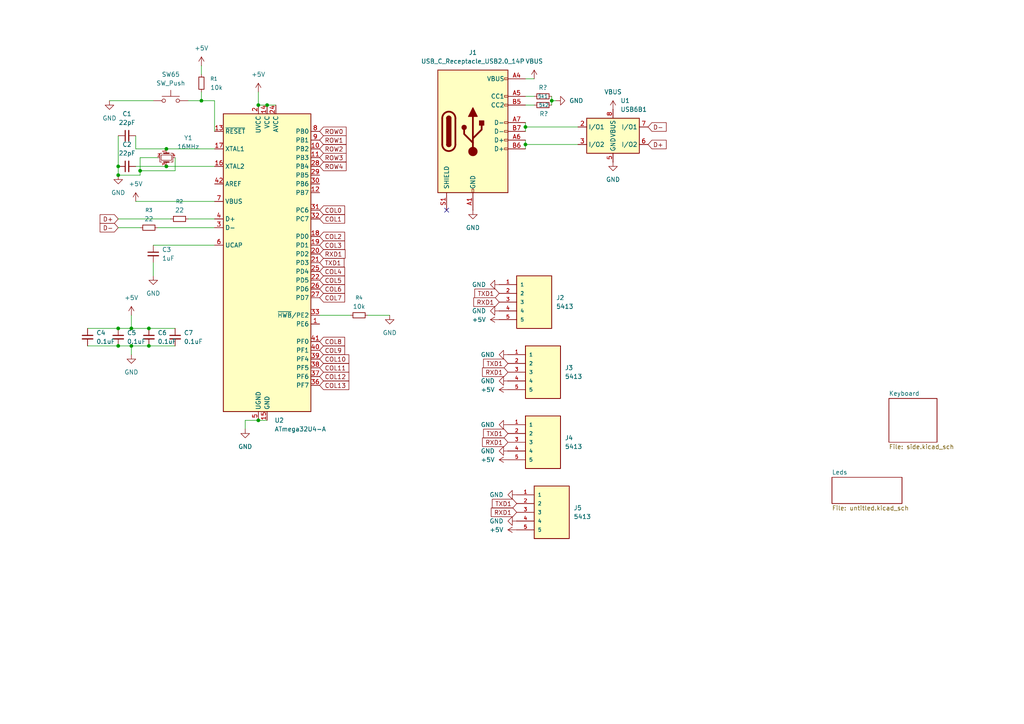
<source format=kicad_sch>
(kicad_sch (version 20250114) (generator "eeschema") (generator_version "9.0")
  (paper "A4")
  (lib_symbols
    (symbol "Connector-key:5413" (pin_names (offset 1.016))
      (property "Reference" "J" (at -5.08 8.382 0))
      (property "Value" "5413" (at -5.08 -10.16 0))
      (symbol "5413_0_0"
        (rectangle (start -5.08 -7.62) (end 5.08 7.62) (stroke (width 0.254)) (fill (type background)))
        (pin passive line (at -10.16 5.08 0) (length 5.08) (name "1") (number "1"))
        (pin passive line (at -10.16 2.54 0) (length 5.08) (name "2") (number "2"))
        (pin passive line (at -10.16 0 0) (length 5.08) (name "3") (number "3"))
        (pin passive line (at -10.16 -2.54 0) (length 5.08) (name "4") (number "4"))
        (pin passive line (at -10.16 -5.08 0) (length 5.08) (name "5") (number "5"))
      )
    )
    (symbol "Connector:USB_C_Receptacle_USB2.0_14P" (pin_names (offset 1.016))
      (property "Reference" "J" (at 0 22.225 0))
      (property "Value" "USB_C_Receptacle_USB2.0_14P" (at 0 19.685 0))
      (symbol "USB_C_Receptacle_USB2.0_14P_0_0"
        (rectangle (start -0.254 -17.78) (end 0.254 -16.764))
        (rectangle (start 10.16 15.494) (end 9.144 14.986))
        (rectangle (start 10.16 10.414) (end 9.144 9.906))
        (rectangle (start 10.16 7.874) (end 9.144 7.366))
        (rectangle (start 10.16 2.794) (end 9.144 2.286))
        (rectangle (start 10.16 0.254) (end 9.144 -0.254))
        (rectangle (start 10.16 -2.286) (end 9.144 -2.794))
        (rectangle (start 10.16 -4.826) (end 9.144 -5.334))
      )
      (symbol "USB_C_Receptacle_USB2.0_14P_0_1"
        (rectangle (start -10.16 17.78) (end 10.16 -17.78) (stroke (width 0.254)) (fill (type background)))
        (polyline (pts (xy -8.89 -3.81) (xy -8.89 3.81)) (stroke (width 0.508)))
        (rectangle (start -7.62 -3.81) (end -6.35 3.81) (stroke (width 0.254)) (fill (type outline)))
        (arc (start -7.62 3.81) (mid -6.985 4.4423) (end -6.35 3.81) (stroke (width 0.254)))
        (arc (start -7.62 3.81) (mid -6.985 4.4423) (end -6.35 3.81) (stroke (width 0.254)) (fill (type outline)))
        (arc (start -8.89 3.81) (mid -6.985 5.7067) (end -5.08 3.81) (stroke (width 0.508)))
        (arc (start -5.08 -3.81) (mid -6.985 -5.7067) (end -8.89 -3.81) (stroke (width 0.508)))
        (arc (start -6.35 -3.81) (mid -6.985 -4.4423) (end -7.62 -3.81) (stroke (width 0.254)))
        (arc (start -6.35 -3.81) (mid -6.985 -4.4423) (end -7.62 -3.81) (stroke (width 0.254)) (fill (type outline)))
        (polyline (pts (xy -5.08 3.81) (xy -5.08 -3.81)) (stroke (width 0.508)))
        (circle (center -2.54 1.143) (radius 0.635) (stroke (width 0.254)) (fill (type outline)))
        (polyline (pts (xy -1.27 4.318) (xy 0 6.858) (xy 1.27 4.318) (xy -1.27 4.318)) (stroke (width 0.254)) (fill (type outline)))
        (polyline (pts (xy 0 -2.032) (xy 2.54 0.508) (xy 2.54 1.778)) (stroke (width 0.508)))
        (polyline (pts (xy 0 -3.302) (xy -2.54 -0.762) (xy -2.54 0.508)) (stroke (width 0.508)))
        (polyline (pts (xy 0 -5.842) (xy 0 4.318)) (stroke (width 0.508)))
        (circle (center 0 -5.842) (radius 1.27) (fill (type outline)))
        (rectangle (start 1.905 1.778) (end 3.175 3.048) (stroke (width 0.254)) (fill (type outline)))
      )
      (symbol "USB_C_Receptacle_USB2.0_14P_1_1"
        (pin passive line (at -7.62 -22.86 90) (length 5.08) (name "SHIELD") (number "S1"))
        (pin passive line (at 0 -22.86 90) (length 5.08) (name "GND") (number "A1"))
        (pin passive line (at 0 -22.86 90) (length 5.08) (hide yes) (name "GND") (number "A12"))
        (pin passive line (at 0 -22.86 90) (length 5.08) (hide yes) (name "GND") (number "B1"))
        (pin passive line (at 0 -22.86 90) (length 5.08) (hide yes) (name "GND") (number "B12"))
        (pin passive line (at 15.24 15.24 180) (length 5.08) (name "VBUS") (number "A4"))
        (pin passive line (at 15.24 15.24 180) (length 5.08) (hide yes) (name "VBUS") (number "A9"))
        (pin passive line (at 15.24 15.24 180) (length 5.08) (hide yes) (name "VBUS") (number "B4"))
        (pin passive line (at 15.24 15.24 180) (length 5.08) (hide yes) (name "VBUS") (number "B9"))
        (pin bidirectional line (at 15.24 10.16 180) (length 5.08) (name "CC1") (number "A5"))
        (pin bidirectional line (at 15.24 7.62 180) (length 5.08) (name "CC2") (number "B5"))
        (pin bidirectional line (at 15.24 2.54 180) (length 5.08) (name "D-") (number "A7"))
        (pin bidirectional line (at 15.24 0 180) (length 5.08) (name "D-") (number "B7"))
        (pin bidirectional line (at 15.24 -2.54 180) (length 5.08) (name "D+") (number "A6"))
        (pin bidirectional line (at 15.24 -5.08 180) (length 5.08) (name "D+") (number "B6"))
      )
    )
    (symbol "Device:C_Small" (pin_numbers (hide yes)) (pin_names (offset 0.254) (hide yes))
      (property "Reference" "C" (at 0.254 1.778 0))
      (property "Value" "C_Small" (at 0.254 -2.032 0))
      (symbol "C_Small_0_1"
        (polyline (pts (xy -1.524 0.508) (xy 1.524 0.508)) (stroke (width 0.3048)))
        (polyline (pts (xy -1.524 -0.508) (xy 1.524 -0.508)) (stroke (width 0.3302)))
      )
      (symbol "C_Small_1_1"
        (pin passive line (at 0 2.54 270) (length 2.032) (name "~") (number "1"))
        (pin passive line (at 0 -2.54 90) (length 2.032) (name "~") (number "2"))
      )
    )
    (symbol "Device:Crystal_GND24_Small" (pin_names (offset 1.016) (hide yes))
      (property "Reference" "Y" (at 1.27 4.445 0))
      (property "Value" "Crystal_GND24_Small" (at 1.27 2.54 0))
      (symbol "Crystal_GND24_Small_0_1"
        (polyline (pts (xy -1.27 1.27) (xy -1.27 1.905) (xy 1.27 1.905) (xy 1.27 1.27)))
        (polyline (pts (xy -1.27 -0.762) (xy -1.27 0.762)) (stroke (width 0.381)))
        (polyline (pts (xy -1.27 -1.27) (xy -1.27 -1.905) (xy 1.27 -1.905) (xy 1.27 -1.27)))
        (rectangle (start -0.762 -1.524) (end 0.762 1.524))
        (polyline (pts (xy 1.27 -0.762) (xy 1.27 0.762)) (stroke (width 0.381)))
      )
      (symbol "Crystal_GND24_Small_1_1"
        (pin passive line (at -2.54 0 0) (length 1.27) (name "1") (number "1"))
        (pin passive line (at 0 2.54 270) (length 0.635) (name "4") (number "4"))
        (pin passive line (at 0 -2.54 90) (length 0.635) (name "2") (number "2"))
        (pin passive line (at 2.54 0 180) (length 1.27) (name "3") (number "3"))
      )
    )
    (symbol "Device:R_Small" (pin_numbers (hide yes)) (pin_names (offset 0.254) (hide yes))
      (property "Reference" "R" (at 0 0 90))
      (property "Value" "R_Small" (at 1.778 0 90))
      (symbol "R_Small_0_1"
        (rectangle (start -0.762 1.778) (end 0.762 -1.778) (stroke (width 0.2032)))
      )
      (symbol "R_Small_1_1"
        (pin passive line (at 0 2.54 270) (length 0.762) (name "~") (number "1"))
        (pin passive line (at 0 -2.54 90) (length 0.762) (name "~") (number "2"))
      )
    )
    (symbol "MCU_Microchip_ATmega:ATmega32U4-A"
      (property "Reference" "U" (at -12.7 44.45 0))
      (property "Value" "ATmega32U4-A" (at 2.54 -44.45 0))
      (symbol "ATmega32U4-A_0_1"
        (rectangle (start -12.7 -43.18) (end 12.7 43.18) (stroke (width 0.254)) (fill (type background)))
      )
      (symbol "ATmega32U4-A_1_1"
        (pin input line (at -15.24 38.1 0) (length 2.54) (name "~{RESET}") (number "13"))
        (pin input line (at -15.24 33.02 0) (length 2.54) (name "XTAL1") (number "17"))
        (pin output line (at -15.24 27.94 0) (length 2.54) (name "XTAL2") (number "16"))
        (pin passive line (at -15.24 22.86 0) (length 2.54) (name "AREF") (number "42"))
        (pin input line (at -15.24 17.78 0) (length 2.54) (name "VBUS") (number "7"))
        (pin bidirectional line (at -15.24 12.7 0) (length 2.54) (name "D+") (number "4"))
        (pin bidirectional line (at -15.24 10.16 0) (length 2.54) (name "D-") (number "3"))
        (pin passive line (at -15.24 5.08 0) (length 2.54) (name "UCAP") (number "6"))
        (pin power_in line (at -2.54 45.72 270) (length 2.54) (name "UVCC") (number "2"))
        (pin passive line (at -2.54 -45.72 90) (length 2.54) (name "UGND") (number "5"))
        (pin power_in line (at 0 45.72 270) (length 2.54) (name "VCC") (number "14"))
        (pin passive line (at 0 45.72 270) (length 2.54) (hide yes) (name "VCC") (number "34"))
        (pin power_in line (at 0 -45.72 90) (length 2.54) (name "GND") (number "15"))
        (pin passive line (at 0 -45.72 90) (length 2.54) (hide yes) (name "GND") (number "23"))
        (pin passive line (at 0 -45.72 90) (length 2.54) (hide yes) (name "GND") (number "35"))
        (pin passive line (at 0 -45.72 90) (length 2.54) (hide yes) (name "GND") (number "43"))
        (pin power_in line (at 2.54 45.72 270) (length 2.54) (name "AVCC") (number "24"))
        (pin passive line (at 2.54 45.72 270) (length 2.54) (hide yes) (name "AVCC") (number "44"))
        (pin bidirectional line (at 15.24 38.1 180) (length 2.54) (name "PB0") (number "8"))
        (pin bidirectional line (at 15.24 35.56 180) (length 2.54) (name "PB1") (number "9"))
        (pin bidirectional line (at 15.24 33.02 180) (length 2.54) (name "PB2") (number "10"))
        (pin bidirectional line (at 15.24 30.48 180) (length 2.54) (name "PB3") (number "11"))
        (pin bidirectional line (at 15.24 27.94 180) (length 2.54) (name "PB4") (number "28"))
        (pin bidirectional line (at 15.24 25.4 180) (length 2.54) (name "PB5") (number "29"))
        (pin bidirectional line (at 15.24 22.86 180) (length 2.54) (name "PB6") (number "30"))
        (pin bidirectional line (at 15.24 20.32 180) (length 2.54) (name "PB7") (number "12"))
        (pin bidirectional line (at 15.24 15.24 180) (length 2.54) (name "PC6") (number "31"))
        (pin bidirectional line (at 15.24 12.7 180) (length 2.54) (name "PC7") (number "32"))
        (pin bidirectional line (at 15.24 7.62 180) (length 2.54) (name "PD0") (number "18"))
        (pin bidirectional line (at 15.24 5.08 180) (length 2.54) (name "PD1") (number "19"))
        (pin bidirectional line (at 15.24 2.54 180) (length 2.54) (name "PD2") (number "20"))
        (pin bidirectional line (at 15.24 0 180) (length 2.54) (name "PD3") (number "21"))
        (pin bidirectional line (at 15.24 -2.54 180) (length 2.54) (name "PD4") (number "25"))
        (pin bidirectional line (at 15.24 -5.08 180) (length 2.54) (name "PD5") (number "22"))
        (pin bidirectional line (at 15.24 -7.62 180) (length 2.54) (name "PD6") (number "26"))
        (pin bidirectional line (at 15.24 -10.16 180) (length 2.54) (name "PD7") (number "27"))
        (pin bidirectional line (at 15.24 -15.24 180) (length 2.54) (name "~{HWB}/PE2") (number "33"))
        (pin bidirectional line (at 15.24 -17.78 180) (length 2.54) (name "PE6") (number "1"))
        (pin bidirectional line (at 15.24 -22.86 180) (length 2.54) (name "PF0") (number "41"))
        (pin bidirectional line (at 15.24 -25.4 180) (length 2.54) (name "PF1") (number "40"))
        (pin bidirectional line (at 15.24 -27.94 180) (length 2.54) (name "PF4") (number "39"))
        (pin bidirectional line (at 15.24 -30.48 180) (length 2.54) (name "PF5") (number "38"))
        (pin bidirectional line (at 15.24 -33.02 180) (length 2.54) (name "PF6") (number "37"))
        (pin bidirectional line (at 15.24 -35.56 180) (length 2.54) (name "PF7") (number "36"))
      )
    )
    (symbol "Power_Protection:USB6B1"
      (property "Reference" "U" (at 6.35 6.35 0))
      (property "Value" "USB6B1" (at 5.08 -6.35 0))
      (symbol "USB6B1_0_1"
        (rectangle (start -7.62 -5.08) (end 7.62 5.08) (stroke (width 0.254)) (fill (type background)))
      )
      (symbol "USB6B1_1_1"
        (pin passive line (at -10.16 2.54 0) (length 2.54) (name "I/O1") (number "2"))
        (pin passive line (at -10.16 -2.54 0) (length 2.54) (name "I/O2") (number "3"))
        (pin passive line (at 0 7.62 270) (length 2.54) (hide yes) (name "VBUS") (number "1"))
        (pin passive line (at 0 7.62 270) (length 2.54) (name "VBUS") (number "8"))
        (pin passive line (at 0 -7.62 90) (length 2.54) (hide yes) (name "GND") (number "4"))
        (pin passive line (at 0 -7.62 90) (length 2.54) (name "GND") (number "5"))
        (pin passive line (at 10.16 2.54 180) (length 2.54) (name "I/O1") (number "7"))
        (pin passive line (at 10.16 -2.54 180) (length 2.54) (name "I/O2") (number "6"))
      )
    )
    (symbol "Switch:SW_Push" (pin_numbers (hide yes)) (pin_names (offset 1.016) (hide yes))
      (property "Reference" "SW" (at 1.27 2.54 0))
      (property "Value" "SW_Push" (at 0 -1.524 0))
      (symbol "SW_Push_0_1"
        (circle (center -2.032 0) (radius 0.508))
        (polyline (pts (xy 0 1.27) (xy 0 3.048)))
        (circle (center 2.032 0) (radius 0.508))
        (polyline (pts (xy 2.54 1.27) (xy -2.54 1.27)))
        (pin passive line (at -5.08 0 0) (length 2.54) (name "1") (number "1"))
        (pin passive line (at 5.08 0 180) (length 2.54) (name "2") (number "2"))
      )
    )
    (symbol "power:+5V" (power) (pin_numbers (hide yes)) (pin_names (offset 0) (hide yes))
      (property "Value" "+5V" (at 0 3.556 0))
      (symbol "+5V_0_1"
        (polyline (pts (xy -0.762 1.27) (xy 0 2.54)))
        (polyline (pts (xy 0 2.54) (xy 0.762 1.27)))
        (polyline (pts (xy 0 0) (xy 0 2.54)))
      )
      (symbol "+5V_1_1"
        (pin power_in line (at 0 0 90) (length 0) (name "~") (number "1"))
      )
    )
    (symbol "power:GND" (power) (pin_numbers (hide yes)) (pin_names (offset 0) (hide yes))
      (property "Value" "GND" (at 0 -3.81 0))
      (symbol "GND_0_1"
        (polyline (pts (xy 0 0) (xy 0 -1.27) (xy 1.27 -1.27) (xy 0 -2.54) (xy -1.27 -1.27) (xy 0 -1.27)))
      )
      (symbol "GND_1_1"
        (pin power_in line (at 0 0 270) (length 0) (name "~") (number "1"))
      )
    )
    (symbol "power:VBUS" (power) (pin_numbers (hide yes)) (pin_names (offset 0) (hide yes))
      (property "Value" "VBUS" (at 0 3.556 0))
      (symbol "VBUS_0_1"
        (polyline (pts (xy -0.762 1.27) (xy 0 2.54)))
        (polyline (pts (xy 0 2.54) (xy 0.762 1.27)))
        (polyline (pts (xy 0 0) (xy 0 2.54)))
      )
      (symbol "VBUS_1_1"
        (pin power_in line (at 0 0 90) (length 0) (name "~") (number "1"))
      )
    )
  )
  (junction (at 152.4 36.83))
  (junction (at 34.29 50.8))
  (junction (at 38.1 100.33))
  (junction (at 40.64 49.53))
  (junction (at 74.93 30.48))
  (junction (at 160.02 29.21))
  (junction (at 43.18 95.25))
  (junction (at 34.29 48.26))
  (junction (at 43.18 100.33))
  (junction (at 34.29 100.33))
  (junction (at 77.47 30.48))
  (junction (at 38.1 95.25))
  (junction (at 48.26 43.18))
  (junction (at 152.4 41.91))
  (junction (at 58.42 29.21))
  (junction (at 74.93 121.92))
  (junction (at 34.29 95.25))
  (junction (at 48.26 48.26))
  (no_connect (at 129.54 60.96))
  (wire (pts (xy 50.8 45.72) (xy 50.8 49.53)))
  (wire (pts (xy 34.29 66.04) (xy 40.64 66.04)))
  (wire (pts (xy 58.42 19.05) (xy 58.42 21.59)))
  (wire (pts (xy 34.29 100.33) (xy 38.1 100.33)))
  (wire (pts (xy 106.68 91.44) (xy 113.03 91.44)))
  (wire (pts (xy 34.29 48.26) (xy 34.29 50.8)))
  (wire (pts (xy 48.26 48.26) (xy 62.23 48.26)))
  (wire (pts (xy 161.29 29.21) (xy 160.02 29.21)))
  (wire (pts (xy 31.75 29.21) (xy 44.45 29.21)))
  (wire (pts (xy 34.29 63.5) (xy 49.53 63.5)))
  (wire (pts (xy 34.29 95.25) (xy 38.1 95.25)))
  (wire (pts (xy 152.4 35.56) (xy 152.4 36.83)))
  (wire (pts (xy 58.42 29.21) (xy 54.61 29.21)))
  (wire (pts (xy 152.4 30.48) (xy 154.94 30.48)))
  (wire (pts (xy 77.47 30.48) (xy 80.01 30.48)))
  (wire (pts (xy 54.61 63.5) (xy 62.23 63.5)))
  (wire (pts (xy 48.26 43.18) (xy 39.37 43.18)))
  (wire (pts (xy 40.64 50.8) (xy 34.29 50.8)))
  (wire (pts (xy 38.1 100.33) (xy 43.18 100.33)))
  (wire (pts (xy 38.1 91.44) (xy 38.1 95.25)))
  (wire (pts (xy 74.93 26.67) (xy 74.93 30.48)))
  (wire (pts (xy 152.4 36.83) (xy 152.4 38.1)))
  (wire (pts (xy 44.45 76.2) (xy 44.45 80.01)))
  (wire (pts (xy 25.4 95.25) (xy 34.29 95.25)))
  (wire (pts (xy 71.12 121.92) (xy 71.12 124.46)))
  (wire (pts (xy 152.4 41.91) (xy 167.64 41.91)))
  (wire (pts (xy 74.93 30.48) (xy 77.47 30.48)))
  (wire (pts (xy 43.18 95.25) (xy 50.8 95.25)))
  (wire (pts (xy 39.37 58.42) (xy 62.23 58.42)))
  (wire (pts (xy 40.64 49.53) (xy 40.64 50.8)))
  (wire (pts (xy 152.4 27.94) (xy 154.94 27.94)))
  (wire (pts (xy 160.02 27.94) (xy 160.02 29.21)))
  (wire (pts (xy 62.23 38.1) (xy 62.23 29.21)))
  (wire (pts (xy 74.93 121.92) (xy 71.12 121.92)))
  (wire (pts (xy 45.72 66.04) (xy 62.23 66.04)))
  (wire (pts (xy 50.8 49.53) (xy 40.64 49.53)))
  (wire (pts (xy 92.71 91.44) (xy 101.6 91.44)))
  (wire (pts (xy 44.45 71.12) (xy 62.23 71.12)))
  (wire (pts (xy 43.18 100.33) (xy 50.8 100.33)))
  (wire (pts (xy 62.23 29.21) (xy 58.42 29.21)))
  (wire (pts (xy 48.26 43.18) (xy 62.23 43.18)))
  (wire (pts (xy 152.4 36.83) (xy 167.64 36.83)))
  (wire (pts (xy 58.42 26.67) (xy 58.42 29.21)))
  (wire (pts (xy 38.1 100.33) (xy 38.1 102.87)))
  (wire (pts (xy 152.4 41.91) (xy 152.4 43.18)))
  (wire (pts (xy 40.64 45.72) (xy 40.64 49.53)))
  (wire (pts (xy 154.94 22.86) (xy 152.4 22.86)))
  (wire (pts (xy 152.4 40.64) (xy 152.4 41.91)))
  (wire (pts (xy 25.4 100.33) (xy 34.29 100.33)))
  (wire (pts (xy 38.1 95.25) (xy 43.18 95.25)))
  (wire (pts (xy 45.72 45.72) (xy 40.64 45.72)))
  (wire (pts (xy 39.37 48.26) (xy 48.26 48.26)))
  (wire (pts (xy 160.02 29.21) (xy 160.02 30.48)))
  (wire (pts (xy 77.47 121.92) (xy 74.93 121.92)))
  (wire (pts (xy 39.37 43.18) (xy 39.37 39.37)))
  (wire (pts (xy 34.29 39.37) (xy 34.29 48.26)))
  (global_label "RXD1" (shape input) (at 144.78 87.63 180) (property "Intersheetrefs" "${INTERSHEET_REFS}" (effects (hide yes))))
  (global_label "RXD1" (shape input) (at 147.32 107.95 180) (property "Intersheetrefs" "${INTERSHEET_REFS}" (effects (hide yes))))
  (global_label "COL0" (shape input) (at 92.71 60.96 0) (property "Intersheetrefs" "${INTERSHEET_REFS}" (effects (hide yes))))
  (global_label "D+" (shape input) (at 187.96 41.91 0) (property "Intersheetrefs" "${INTERSHEET_REFS}" (effects (hide yes))))
  (global_label "COL2" (shape input) (at 92.71 68.58 0) (property "Intersheetrefs" "${INTERSHEET_REFS}" (effects (hide yes))))
  (global_label "ROW3" (shape input) (at 92.71 45.72 0) (property "Intersheetrefs" "${INTERSHEET_REFS}" (effects (hide yes))))
  (global_label "ROW4" (shape input) (at 92.71 48.26 0) (property "Intersheetrefs" "${INTERSHEET_REFS}" (effects (hide yes))))
  (global_label "TXD1" (shape input) (at 147.32 105.41 180) (property "Intersheetrefs" "${INTERSHEET_REFS}" (effects (hide yes))))
  (global_label "RXD1" (shape input) (at 147.32 128.27 180) (property "Intersheetrefs" "${INTERSHEET_REFS}" (effects (hide yes))))
  (global_label "COL7" (shape input) (at 92.71 86.36 0) (property "Intersheetrefs" "${INTERSHEET_REFS}" (effects (hide yes))))
  (global_label "ROW2" (shape input) (at 92.71 43.18 0) (property "Intersheetrefs" "${INTERSHEET_REFS}" (effects (hide yes))))
  (global_label "TXD1" (shape input) (at 92.71 76.2 0) (property "Intersheetrefs" "${INTERSHEET_REFS}" (effects (hide yes))))
  (global_label "COL13" (shape input) (at 92.71 111.76 0) (property "Intersheetrefs" "${INTERSHEET_REFS}" (effects (hide yes))))
  (global_label "COL9" (shape input) (at 92.71 101.6 0) (property "Intersheetrefs" "${INTERSHEET_REFS}" (effects (hide yes))))
  (global_label "COL3" (shape input) (at 92.71 71.12 0) (property "Intersheetrefs" "${INTERSHEET_REFS}" (effects (hide yes))))
  (global_label "ROW1" (shape input) (at 92.71 40.64 0) (property "Intersheetrefs" "${INTERSHEET_REFS}" (effects (hide yes))))
  (global_label "D-" (shape input) (at 34.29 66.04 180) (property "Intersheetrefs" "${INTERSHEET_REFS}" (effects (hide yes))))
  (global_label "RXD1" (shape input) (at 149.86 148.59 180) (property "Intersheetrefs" "${INTERSHEET_REFS}" (effects (hide yes))))
  (global_label "COL10" (shape input) (at 92.71 104.14 0) (property "Intersheetrefs" "${INTERSHEET_REFS}" (effects (hide yes))))
  (global_label "RXD1" (shape input) (at 92.71 73.66 0) (property "Intersheetrefs" "${INTERSHEET_REFS}" (effects (hide yes))))
  (global_label "TXD1" (shape input) (at 147.32 125.73 180) (property "Intersheetrefs" "${INTERSHEET_REFS}" (effects (hide yes))))
  (global_label "COL4" (shape input) (at 92.71 78.74 0) (property "Intersheetrefs" "${INTERSHEET_REFS}" (effects (hide yes))))
  (global_label "D+" (shape input) (at 34.29 63.5 180) (property "Intersheetrefs" "${INTERSHEET_REFS}" (effects (hide yes))))
  (global_label "TXD1" (shape input) (at 144.78 85.09 180) (property "Intersheetrefs" "${INTERSHEET_REFS}" (effects (hide yes))))
  (global_label "TXD1" (shape input) (at 149.86 146.05 180) (property "Intersheetrefs" "${INTERSHEET_REFS}" (effects (hide yes))))
  (global_label "ROW0" (shape input) (at 92.71 38.1 0) (property "Intersheetrefs" "${INTERSHEET_REFS}" (effects (hide yes))))
  (global_label "COL12" (shape input) (at 92.71 109.22 0) (property "Intersheetrefs" "${INTERSHEET_REFS}" (effects (hide yes))))
  (global_label "COL8" (shape input) (at 92.71 99.06 0) (property "Intersheetrefs" "${INTERSHEET_REFS}" (effects (hide yes))))
  (global_label "D-" (shape input) (at 187.96 36.83 0) (property "Intersheetrefs" "${INTERSHEET_REFS}" (effects (hide yes))))
  (global_label "COL5" (shape input) (at 92.71 81.28 0) (property "Intersheetrefs" "${INTERSHEET_REFS}" (effects (hide yes))))
  (global_label "COL1" (shape input) (at 92.71 63.5 0) (property "Intersheetrefs" "${INTERSHEET_REFS}" (effects (hide yes))))
  (global_label "COL11" (shape input) (at 92.71 106.68 0) (property "Intersheetrefs" "${INTERSHEET_REFS}" (effects (hide yes))))
  (global_label "COL6" (shape input) (at 92.71 83.82 0) (property "Intersheetrefs" "${INTERSHEET_REFS}" (effects (hide yes))))
  (symbol (lib_id "power:+5V") (at 147.32 113.03 90) (unit 1)
    (property "Reference" "#PWR019" (effects (hide yes)))
    (property "Value" "+5V" (at 143.51 113.0299 90) (effects (justify left)))
    (property "Description" "Power symbol creates a global label with name \"+5V\"" (effects (hide yes)))
  )
  (symbol (lib_id "Connector-key:5413") (at 157.48 107.95 0) (unit 1)
    (property "Reference" "J3" (at 163.83 106.6799 0) (effects (justify left)))
    (property "Value" "5413" (at 163.83 109.2199 0) (effects (justify left)))
    (property "Footprint" "5413:ADAFRUIT_5413" (effects (hide yes)))
    (property "MF" "Adafruit Industries LLC" (effects (hide yes)))
    (property "MAXIMUM_PACKAGE_HEIGHT" "4.00mm" (effects (hide yes)))
    (property "Package" "Package" (effects (hide yes)))
    (property "Price" "None" (effects (hide yes)))
    (property "Check_prices" "https://www.snapeda.com/parts/5413/Adafruit+Industries/view-part/?ref=eda" (effects (hide yes)))
    (property "STANDARD" "Manufacturer Recommendations" (effects (hide yes)))
    (property "PARTREV" "X1" (effects (hide yes)))
    (property "SnapEDA_Link" "https://www.snapeda.com/parts/5413/Adafruit+Industries/view-part/?ref=snap" (effects (hide yes)))
    (property "MP" "5413" (effects (hide yes)))
    (property "Description_1" "DIY Magnetic Connector - Straight Angle Five Contact Pins" (effects (hide yes)))
    (property "Availability" "In Stock" (effects (hide yes)))
    (property "MANUFACTURER" "Adafruit Industries" (effects (hide yes)))
  )
  (symbol (lib_id "power:GND") (at 147.32 102.87 270) (unit 1)
    (property "Reference" "#PWR018" (effects (hide yes)))
    (property "Value" "GND" (at 143.51 102.8699 90) (effects (justify right)))
    (property "Description" "Power symbol creates a global label with name \"GND\" , ground" (effects (hide yes)))
  )
  (symbol (lib_id "power:GND") (at 147.32 110.49 270) (unit 1)
    (property "Reference" "#PWR025" (effects (hide yes)))
    (property "Value" "GND" (at 143.51 110.4899 90) (effects (justify right)))
    (property "Description" "Power symbol creates a global label with name \"GND\" , ground" (effects (hide yes)))
  )
  (symbol (lib_id "power:GND") (at 31.75 29.21 0) (unit 1)
    (property "Reference" "#PWR04" (effects (hide yes)))
    (property "Value" "GND" (at 31.75 34.29 0))
    (property "Description" "Power symbol creates a global label with name \"GND\" , ground" (effects (hide yes)))
  )
  (symbol (lib_id "Device:C_Small") (at 44.45 73.66 0) (unit 1)
    (property "Reference" "C3" (at 46.99 72.3962 0) (effects (justify left)))
    (property "Value" "1uF" (at 46.99 74.9362 0) (effects (justify left)))
    (property "Footprint" "Capacitor_SMD:C_0805_2012Metric" (effects (hide yes)))
    (property "Description" "Unpolarized capacitor, small symbol" (effects (hide yes)))
  )
  (symbol (lib_id "power:GND") (at 71.12 124.46 0) (unit 1)
    (property "Reference" "#PWR015" (effects (hide yes)))
    (property "Value" "GND" (at 71.12 129.54 0))
    (property "Description" "Power symbol creates a global label with name \"GND\" , ground" (effects (hide yes)))
  )
  (symbol (lib_id "power:GND") (at 38.1 102.87 0) (unit 1)
    (property "Reference" "#PWR014" (effects (hide yes)))
    (property "Value" "GND" (at 38.1 107.95 0))
    (property "Description" "Power symbol creates a global label with name \"GND\" , ground" (effects (hide yes)))
  )
  (symbol (lib_id "power:GND") (at 144.78 90.17 270) (unit 1)
    (property "Reference" "#PWR024" (effects (hide yes)))
    (property "Value" "GND" (at 140.97 90.1699 90) (effects (justify right)))
    (property "Description" "Power symbol creates a global label with name \"GND\" , ground" (effects (hide yes)))
  )
  (symbol (lib_id "Switch:SW_Push") (at 49.53 29.21 0) (unit 1)
    (property "Reference" "SW65" (at 49.53 21.59 0))
    (property "Value" "SW_Push" (at 49.53 24.13 0))
    (property "Footprint" "Button_Switch_SMD:SW_SPST_PTS647_Sx38" (effects (hide yes)))
    (property "Description" "Push button switch, generic, two pins" (effects (hide yes)))
  )
  (symbol (lib_id "Device:C_Small") (at 36.83 39.37 90) (unit 1)
    (property "Reference" "C1" (at 36.8363 33.02 90))
    (property "Value" "22pF" (at 36.8363 35.56 90))
    (property "Footprint" "Capacitor_SMD:C_0805_2012Metric" (effects (hide yes)))
    (property "Description" "Unpolarized capacitor, small symbol" (effects (hide yes)))
  )
  (symbol (lib_id "Device:Crystal_GND24_Small") (at 48.26 45.72 270) (unit 1)
    (property "Reference" "Y1" (at 54.61 39.9982 90))
    (property "Value" "16MHz" (at 54.61 42.5382 90))
    (property "Footprint" "Crystal:Crystal_SMD_3225-4Pin_3.2x2.5mm" (effects (hide yes)))
    (property "Description" "Four pin crystal, GND on pins 2 and 4, small symbol" (effects (hide yes)))
  )
  (symbol (lib_id "power:+5V") (at 74.93 26.67 0) (unit 1)
    (property "Reference" "#PWR03" (effects (hide yes)))
    (property "Value" "+5V" (at 74.93 21.59 0))
    (property "Description" "Power symbol creates a global label with name \"+5V\"" (effects (hide yes)))
  )
  (symbol (lib_id "power:+5V") (at 39.37 58.42 0) (unit 1)
    (property "Reference" "#PWR09" (effects (hide yes)))
    (property "Value" "+5V" (at 39.37 53.34 0))
    (property "Description" "Power symbol creates a global label with name \"+5V\"" (effects (hide yes)))
  )
  (symbol (lib_id "Device:R_Small") (at 58.42 24.13 0) (unit 1)
    (property "Reference" "R1" (at 60.96 22.8599 0) (effects (font (size 1.016 1.016)) (justify left)))
    (property "Value" "10k" (at 60.96 25.3999 0) (effects (justify left)))
    (property "Footprint" "Resistor_SMD:R_0805_2012Metric" (effects (hide yes)))
    (property "Description" "Resistor, small symbol" (effects (hide yes)))
  )
  (symbol (lib_id "power:GND") (at 34.29 50.8 0) (unit 1)
    (property "Reference" "#PWR08" (effects (hide yes)))
    (property "Value" "GND" (at 34.29 55.88 0))
    (property "Description" "Power symbol creates a global label with name \"GND\" , ground" (effects (hide yes)))
  )
  (symbol (lib_id "Device:C_Small") (at 34.29 97.79 0) (unit 1)
    (property "Reference" "C5" (at 36.83 96.5262 0) (effects (justify left)))
    (property "Value" "0.1uF" (at 36.83 99.0662 0) (effects (justify left)))
    (property "Footprint" "Capacitor_SMD:C_0805_2012Metric" (effects (hide yes)))
    (property "Description" "Unpolarized capacitor, small symbol" (effects (hide yes)))
  )
  (symbol (lib_id "power:GND") (at 144.78 82.55 270) (unit 1)
    (property "Reference" "#PWR016" (effects (hide yes)))
    (property "Value" "GND" (at 140.97 82.5499 90) (effects (justify right)))
    (property "Description" "Power symbol creates a global label with name \"GND\" , ground" (effects (hide yes)))
  )
  (symbol (lib_id "Device:R_Small") (at 157.48 27.94 90) (unit 1)
    (property "Reference" "5k1" (at 157.48 27.94 90) (effects (font (size 1.016 1.016))))
    (property "Value" "R?" (at 157.48 25.4 90))
    (property "Footprint" "Resistor_SMD:R_0805_2012Metric" (effects (hide yes)))
    (property "Description" "Resistor, small symbol" (effects (hide yes)))
  )
  (symbol (lib_id "Device:R_Small") (at 52.07 63.5 90) (unit 1)
    (property "Reference" "R2" (at 52.07 58.42 90) (effects (font (size 1.016 1.016))))
    (property "Value" "22" (at 52.07 60.96 90))
    (property "Footprint" "Resistor_SMD:R_0805_2012Metric" (effects (hide yes)))
    (property "Description" "Resistor, small symbol" (effects (hide yes)))
  )
  (symbol (lib_id "Connector-key:5413") (at 157.48 128.27 0) (unit 1)
    (property "Reference" "J4" (at 163.83 126.9999 0) (effects (justify left)))
    (property "Value" "5413" (at 163.83 129.5399 0) (effects (justify left)))
    (property "Footprint" "5413:ADAFRUIT_5413" (effects (hide yes)))
    (property "MF" "Adafruit Industries LLC" (effects (hide yes)))
    (property "MAXIMUM_PACKAGE_HEIGHT" "4.00mm" (effects (hide yes)))
    (property "Package" "Package" (effects (hide yes)))
    (property "Price" "None" (effects (hide yes)))
    (property "Check_prices" "https://www.snapeda.com/parts/5413/Adafruit+Industries/view-part/?ref=eda" (effects (hide yes)))
    (property "STANDARD" "Manufacturer Recommendations" (effects (hide yes)))
    (property "PARTREV" "X1" (effects (hide yes)))
    (property "SnapEDA_Link" "https://www.snapeda.com/parts/5413/Adafruit+Industries/view-part/?ref=snap" (effects (hide yes)))
    (property "MP" "5413" (effects (hide yes)))
    (property "Description_1" "DIY Magnetic Connector - Straight Angle Five Contact Pins" (effects (hide yes)))
    (property "Availability" "In Stock" (effects (hide yes)))
    (property "MANUFACTURER" "Adafruit Industries" (effects (hide yes)))
  )
  (symbol (lib_id "power:+5V") (at 58.42 19.05 0) (unit 1)
    (property "Reference" "#PWR01" (effects (hide yes)))
    (property "Value" "+5V" (at 58.42 13.97 0))
    (property "Description" "Power symbol creates a global label with name \"+5V\"" (effects (hide yes)))
  )
  (symbol (lib_id "power:VBUS") (at 154.94 22.86 0) (unit 1)
    (property "Reference" "#PWR02" (effects (hide yes)))
    (property "Value" "VBUS" (at 154.94 17.78 0))
    (property "Description" "Power symbol creates a global label with name \"VBUS\"" (effects (hide yes)))
  )
  (symbol (lib_id "Connector-key:5413") (at 154.94 87.63 0) (unit 1)
    (property "Reference" "J2" (at 161.29 86.3599 0) (effects (justify left)))
    (property "Value" "5413" (at 161.29 88.8999 0) (effects (justify left)))
    (property "Footprint" "5413:ADAFRUIT_5413" (effects (hide yes)))
    (property "MF" "Adafruit Industries LLC" (effects (hide yes)))
    (property "MAXIMUM_PACKAGE_HEIGHT" "4.00mm" (effects (hide yes)))
    (property "Package" "Package" (effects (hide yes)))
    (property "Price" "None" (effects (hide yes)))
    (property "Check_prices" "https://www.snapeda.com/parts/5413/Adafruit+Industries/view-part/?ref=eda" (effects (hide yes)))
    (property "STANDARD" "Manufacturer Recommendations" (effects (hide yes)))
    (property "PARTREV" "X1" (effects (hide yes)))
    (property "SnapEDA_Link" "https://www.snapeda.com/parts/5413/Adafruit+Industries/view-part/?ref=snap" (effects (hide yes)))
    (property "MP" "5413" (effects (hide yes)))
    (property "Description_1" "DIY Magnetic Connector - Straight Angle Five Contact Pins" (effects (hide yes)))
    (property "Availability" "In Stock" (effects (hide yes)))
    (property "MANUFACTURER" "Adafruit Industries" (effects (hide yes)))
  )
  (symbol (lib_id "power:GND") (at 149.86 143.51 270) (unit 1)
    (property "Reference" "#PWR022" (effects (hide yes)))
    (property "Value" "GND" (at 146.05 143.5099 90) (effects (justify right)))
    (property "Description" "Power symbol creates a global label with name \"GND\" , ground" (effects (hide yes)))
  )
  (symbol (lib_id "Device:C_Small") (at 25.4 97.79 0) (unit 1)
    (property "Reference" "C4" (at 27.94 96.5262 0) (effects (justify left)))
    (property "Value" "0.1uF" (at 27.94 99.0662 0) (effects (justify left)))
    (property "Footprint" "Capacitor_SMD:C_0805_2012Metric" (effects (hide yes)))
    (property "Description" "Unpolarized capacitor, small symbol" (effects (hide yes)))
  )
  (symbol (lib_id "power:+5V") (at 38.1 91.44 0) (unit 1)
    (property "Reference" "#PWR012" (effects (hide yes)))
    (property "Value" "+5V" (at 38.1 86.36 0))
    (property "Description" "Power symbol creates a global label with name \"+5V\"" (effects (hide yes)))
  )
  (symbol (lib_id "Power_Protection:USB6B1") (at 177.8 39.37 0) (unit 1)
    (property "Reference" "U1" (at 179.9433 29.21 0) (effects (justify left)))
    (property "Value" "USB6B1" (at 179.9433 31.75 0) (effects (justify left)))
    (property "Footprint" "Package_SO:SOIC-8_3.9x4.9mm_P1.27mm" (effects (hide yes)))
    (property "Datasheet" "http://www.st.com/content/ccc/resource/technical/document/datasheet/3e/ec/b2/54/b2/76/47/90/CD00001361.pdf/files/CD00001361.pdf/jcr:content/translations/en.CD00001361.pdf" (effects (hide yes)))
    (property "Description" "5V Data line protection" (effects (hide yes)))
  )
  (symbol (lib_id "Device:R_Small") (at 104.14 91.44 90) (unit 1)
    (property "Reference" "R4" (at 104.14 86.36 90) (effects (font (size 1.016 1.016))))
    (property "Value" "10k" (at 104.14 88.9 90))
    (property "Footprint" "Resistor_SMD:R_0805_2012Metric" (effects (hide yes)))
    (property "Description" "Resistor, small symbol" (effects (hide yes)))
  )
  (symbol (lib_id "Connector:USB_C_Receptacle_USB2.0_14P") (at 137.16 38.1 0) (unit 1)
    (property "Reference" "J1" (at 137.16 15.24 0))
    (property "Value" "USB_C_Receptacle_USB2.0_14P" (at 137.16 17.78 0))
    (property "Footprint" "Connector_USB:USB_C_Receptacle_GCT_USB4105-xx-A_16P_TopMnt_Horizontal" (effects (hide yes)))
    (property "Datasheet" "https://www.usb.org/sites/default/files/documents/usb_type-c.zip" (effects (hide yes)))
    (property "Description" "USB 2.0-only 14P Type-C Receptacle connector" (effects (hide yes)))
  )
  (symbol (lib_id "power:GND") (at 147.32 123.19 270) (unit 1)
    (property "Reference" "#PWR020" (effects (hide yes)))
    (property "Value" "GND" (at 143.51 123.1899 90) (effects (justify right)))
    (property "Description" "Power symbol creates a global label with name \"GND\" , ground" (effects (hide yes)))
  )
  (symbol (lib_id "Device:C_Small") (at 50.8 97.79 0) (unit 1)
    (property "Reference" "C7" (at 53.34 96.5262 0) (effects (justify left)))
    (property "Value" "0.1uF" (at 53.34 99.0662 0) (effects (justify left)))
    (property "Footprint" "Capacitor_SMD:C_0805_2012Metric" (effects (hide yes)))
    (property "Description" "Unpolarized capacitor, small symbol" (effects (hide yes)))
  )
  (symbol (lib_id "Device:R_Small") (at 157.48 30.48 90) (unit 1)
    (property "Reference" "5k2" (at 157.734 30.48 90) (effects (font (size 1.016 1.016))))
    (property "Value" "R?" (at 157.734 33.02 90))
    (property "Footprint" "Resistor_SMD:R_0805_2012Metric" (effects (hide yes)))
    (property "Description" "Resistor, small symbol" (effects (hide yes)))
  )
  (symbol (lib_id "power:GND") (at 147.32 130.81 270) (unit 1)
    (property "Reference" "#PWR026" (effects (hide yes)))
    (property "Value" "GND" (at 143.51 130.8099 90) (effects (justify right)))
    (property "Description" "Power symbol creates a global label with name \"GND\" , ground" (effects (hide yes)))
  )
  (symbol (lib_id "Device:C_Small") (at 43.18 97.79 0) (unit 1)
    (property "Reference" "C6" (at 45.72 96.5262 0) (effects (justify left)))
    (property "Value" "0.1uF" (at 45.72 99.0662 0) (effects (justify left)))
    (property "Footprint" "Capacitor_SMD:C_0805_2012Metric" (effects (hide yes)))
    (property "Description" "Unpolarized capacitor, small symbol" (effects (hide yes)))
  )
  (symbol (lib_id "power:GND") (at 137.16 60.96 0) (unit 1)
    (property "Reference" "#PWR010" (effects (hide yes)))
    (property "Value" "GND" (at 137.16 66.04 0))
    (property "Description" "Power symbol creates a global label with name \"GND\" , ground" (effects (hide yes)))
  )
  (symbol (lib_id "power:VBUS") (at 177.8 31.75 0) (unit 1)
    (property "Reference" "#PWR06" (effects (hide yes)))
    (property "Value" "VBUS" (at 177.8 26.67 0))
    (property "Description" "Power symbol creates a global label with name \"VBUS\"" (effects (hide yes)))
  )
  (symbol (lib_id "Device:R_Small") (at 43.18 66.04 90) (unit 1)
    (property "Reference" "R3" (at 43.18 60.96 90) (effects (font (size 1.016 1.016))))
    (property "Value" "22" (at 43.18 63.5 90))
    (property "Footprint" "Resistor_SMD:R_0805_2012Metric" (effects (hide yes)))
    (property "Description" "Resistor, small symbol" (effects (hide yes)))
  )
  (symbol (lib_id "power:+5V") (at 144.78 92.71 90) (unit 1)
    (property "Reference" "#PWR017" (effects (hide yes)))
    (property "Value" "+5V" (at 140.97 92.7099 90) (effects (justify left)))
    (property "Description" "Power symbol creates a global label with name \"+5V\"" (effects (hide yes)))
  )
  (symbol (lib_id "Device:C_Small") (at 36.83 48.26 90) (unit 1)
    (property "Reference" "C2" (at 36.8363 41.91 90))
    (property "Value" "22pF" (at 36.8363 44.45 90))
    (property "Footprint" "Capacitor_SMD:C_0805_2012Metric" (effects (hide yes)))
    (property "Description" "Unpolarized capacitor, small symbol" (effects (hide yes)))
  )
  (symbol (lib_id "power:GND") (at 149.86 151.13 270) (unit 1)
    (property "Reference" "#PWR027" (effects (hide yes)))
    (property "Value" "GND" (at 146.05 151.1299 90) (effects (justify right)))
    (property "Description" "Power symbol creates a global label with name \"GND\" , ground" (effects (hide yes)))
  )
  (symbol (lib_id "power:+5V") (at 149.86 153.67 90) (unit 1)
    (property "Reference" "#PWR023" (effects (hide yes)))
    (property "Value" "+5V" (at 146.05 153.6699 90) (effects (justify left)))
    (property "Description" "Power symbol creates a global label with name \"+5V\"" (effects (hide yes)))
  )
  (symbol (lib_id "power:GND") (at 161.29 29.21 90) (unit 1)
    (property "Reference" "#PWR05" (effects (hide yes)))
    (property "Value" "GND" (at 165.1 29.2099 90) (effects (justify right)))
    (property "Description" "Power symbol creates a global label with name \"GND\" , ground" (effects (hide yes)))
  )
  (symbol (lib_id "MCU_Microchip_ATmega:ATmega32U4-A") (at 77.47 76.2 0) (unit 1)
    (property "Reference" "U2" (at 79.6133 121.92 0) (effects (justify left)))
    (property "Value" "ATmega32U4-A" (at 79.6133 124.46 0) (effects (justify left)))
    (property "Footprint" "Package_QFP:TQFP-44_10x10mm_P0.8mm" (effects (hide yes)))
    (property "Datasheet" "http://ww1.microchip.com/downloads/en/DeviceDoc/Atmel-7766-8-bit-AVR-ATmega16U4-32U4_Datasheet.pdf" (effects (hide yes)))
    (property "Description" "16MHz, 32kB Flash, 2.5kB SRAM, 1kB EEPROM, USB 2.0, TQFP-44" (effects (hide yes)))
  )
  (symbol (lib_id "power:GND") (at 113.03 91.44 0) (unit 1)
    (property "Reference" "#PWR013" (effects (hide yes)))
    (property "Value" "GND" (at 113.03 96.52 0))
    (property "Description" "Power symbol creates a global label with name \"GND\" , ground" (effects (hide yes)))
  )
  (symbol (lib_id "power:GND") (at 44.45 80.01 0) (unit 1)
    (property "Reference" "#PWR011" (effects (hide yes)))
    (property "Value" "GND" (at 44.45 85.09 0))
    (property "Description" "Power symbol creates a global label with name \"GND\" , ground" (effects (hide yes)))
  )
  (symbol (lib_id "power:GND") (at 177.8 46.99 0) (unit 1)
    (property "Reference" "#PWR07" (effects (hide yes)))
    (property "Value" "GND" (at 177.8 52.07 0))
    (property "Description" "Power symbol creates a global label with name \"GND\" , ground" (effects (hide yes)))
  )
  (symbol (lib_id "power:+5V") (at 147.32 133.35 90) (unit 1)
    (property "Reference" "#PWR021" (effects (hide yes)))
    (property "Value" "+5V" (at 143.51 133.3499 90) (effects (justify left)))
    (property "Description" "Power symbol creates a global label with name \"+5V\"" (effects (hide yes)))
  )
  (symbol (lib_id "Connector-key:5413") (at 160.02 148.59 0) (unit 1)
    (property "Reference" "J5" (at 166.37 147.3199 0) (effects (justify left)))
    (property "Value" "5413" (at 166.37 149.8599 0) (effects (justify left)))
    (property "Footprint" "5413:ADAFRUIT_5413" (effects (hide yes)))
    (property "MF" "Adafruit Industries LLC" (effects (hide yes)))
    (property "MAXIMUM_PACKAGE_HEIGHT" "4.00mm" (effects (hide yes)))
    (property "Package" "Package" (effects (hide yes)))
    (property "Price" "None" (effects (hide yes)))
    (property "Check_prices" "https://www.snapeda.com/parts/5413/Adafruit+Industries/view-part/?ref=eda" (effects (hide yes)))
    (property "STANDARD" "Manufacturer Recommendations" (effects (hide yes)))
    (property "PARTREV" "X1" (effects (hide yes)))
    (property "SnapEDA_Link" "https://www.snapeda.com/parts/5413/Adafruit+Industries/view-part/?ref=snap" (effects (hide yes)))
    (property "MP" "5413" (effects (hide yes)))
    (property "Description_1" "DIY Magnetic Connector - Straight Angle Five Contact Pins" (effects (hide yes)))
    (property "Availability" "In Stock" (effects (hide yes)))
    (property "MANUFACTURER" "Adafruit Industries" (effects (hide yes)))
  )
  (sheet (at 241.3 138.43) (size 20.32 7.62) (stroke (width 0.1524))
    (property "Sheetname" "Leds" (at 241.3 137.7184 0) (effects (justify left bottom)))
    (property "Sheetfile" "untitled.kicad_sch" (at 241.3 146.6346 0) (effects (justify left top)))
  )
  (sheet (at 257.81 115.57) (size 13.97 12.7) (stroke (width 0.1524))
    (property "Sheetname" "Keyboard" (at 257.81 114.8584 0) (effects (justify left bottom)))
    (property "Sheetfile" "side.kicad_sch" (at 257.81 128.8546 0) (effects (justify left top)))
  )
)
</source>
